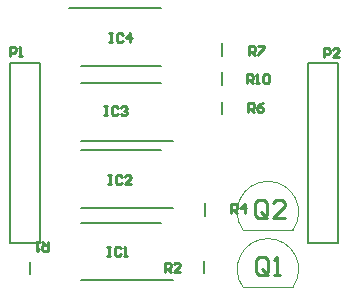
<source format=gbr>
G04*
G04 #@! TF.GenerationSoftware,Altium Limited,Altium Designer,23.0.1 (38)*
G04*
G04 Layer_Color=65535*
%FSLAX44Y44*%
%MOMM*%
G71*
G04*
G04 #@! TF.SameCoordinates,5B070B88-F475-4B99-B5D3-003285C28A76*
G04*
G04*
G04 #@! TF.FilePolarity,Positive*
G04*
G01*
G75*
%ADD10C,0.1000*%
%ADD11C,0.2000*%
%ADD12C,0.2540*%
D10*
X900063Y705342D02*
G03*
X858021Y705305I-21035J15282D01*
G01*
X900063Y656821D02*
G03*
X858021Y656785I-21035J15282D01*
G01*
X858007Y705324D02*
X900050D01*
X858007Y656804D02*
X900050D01*
D11*
X720430Y773000D02*
X788430D01*
X720430Y724200D02*
X798530D01*
X840500Y803248D02*
Y813748D01*
X720430Y829922D02*
X788430D01*
X720430Y781122D02*
X798530D01*
X660744Y847015D02*
X686144D01*
X660744Y694615D02*
X686144D01*
X660744D02*
Y847015D01*
X686144Y694615D02*
Y847015D01*
X677854Y668120D02*
Y678620D01*
X840535Y852830D02*
Y863329D01*
X913127Y847015D02*
X938527D01*
X913127Y694615D02*
X938527D01*
X913127D02*
Y847015D01*
X938527Y694615D02*
Y847015D01*
X825990Y717498D02*
Y727998D01*
X824848Y668815D02*
Y679315D01*
X720430Y711614D02*
X788430D01*
X720430Y662814D02*
X798530D01*
X840535Y828344D02*
Y838844D01*
X720430Y844234D02*
X788430D01*
X710330Y893034D02*
X788430D01*
D12*
X862553Y805500D02*
Y813117D01*
X866362D01*
X867632Y811848D01*
Y809309D01*
X866362Y808039D01*
X862553D01*
X865093D02*
X867632Y805500D01*
X875249Y813117D02*
X872710Y811848D01*
X870171Y809309D01*
Y806769D01*
X871441Y805500D01*
X873980D01*
X875249Y806769D01*
Y808039D01*
X873980Y809309D01*
X870171D01*
X861021Y829741D02*
Y837359D01*
X864829D01*
X866099Y836089D01*
Y833550D01*
X864829Y832281D01*
X861021D01*
X863560D02*
X866099Y829741D01*
X868638D02*
X871178D01*
X869908D01*
Y837359D01*
X868638Y836089D01*
X874986D02*
X876256Y837359D01*
X878795D01*
X880065Y836089D01*
Y831011D01*
X878795Y829741D01*
X876256D01*
X874986Y831011D01*
Y836089D01*
X863356Y853468D02*
Y861085D01*
X867165D01*
X868435Y859816D01*
Y857277D01*
X867165Y856007D01*
X863356D01*
X865896D02*
X868435Y853468D01*
X870974Y861085D02*
X876052D01*
Y859816D01*
X870974Y854737D01*
Y853468D01*
X848044Y719898D02*
Y727515D01*
X851853D01*
X853122Y726246D01*
Y723706D01*
X851853Y722437D01*
X848044D01*
X850583D02*
X853122Y719898D01*
X859470D02*
Y727515D01*
X855661Y723706D01*
X860740D01*
X791495Y670228D02*
Y677846D01*
X795303D01*
X796573Y676576D01*
Y674037D01*
X795303Y672767D01*
X791495D01*
X794034D02*
X796573Y670228D01*
X804191D02*
X799112D01*
X804191Y675306D01*
Y676576D01*
X802921Y677846D01*
X800382D01*
X799112Y676576D01*
X692470Y695441D02*
Y687824D01*
X688661D01*
X687392Y689093D01*
Y691633D01*
X688661Y692902D01*
X692470D01*
X689931D02*
X687392Y695441D01*
X684853D02*
X682314D01*
X683583D01*
Y687824D01*
X684853Y689093D01*
X877842Y717973D02*
Y728129D01*
X875302Y730668D01*
X870224D01*
X867685Y728129D01*
Y717973D01*
X870224Y715433D01*
X875302D01*
X872763Y720512D02*
X877842Y715433D01*
X875302D02*
X877842Y717973D01*
X893077Y715433D02*
X882920D01*
X893077Y725590D01*
Y728129D01*
X890537Y730668D01*
X885459D01*
X882920Y728129D01*
X879502Y670120D02*
Y680277D01*
X876963Y682816D01*
X871885D01*
X869346Y680277D01*
Y670120D01*
X871885Y667581D01*
X876963D01*
X874424Y672659D02*
X879502Y667581D01*
X876963D02*
X879502Y670120D01*
X884581Y667581D02*
X889659D01*
X887120D01*
Y682816D01*
X884581Y680277D01*
X926412Y851579D02*
Y859196D01*
X930220D01*
X931490Y857926D01*
Y855387D01*
X930220Y854118D01*
X926412D01*
X939108Y851579D02*
X934029D01*
X939108Y856657D01*
Y857926D01*
X937838Y859196D01*
X935299D01*
X934029Y857926D01*
X660498Y852980D02*
Y860598D01*
X664307D01*
X665577Y859328D01*
Y856789D01*
X664307Y855520D01*
X660498D01*
X668116Y852980D02*
X670655D01*
X669386D01*
Y860598D01*
X668116Y859328D01*
X744827Y871972D02*
X747366D01*
X746096D01*
Y864355D01*
X744827D01*
X747366D01*
X756253Y870703D02*
X754983Y871972D01*
X752444D01*
X751174Y870703D01*
Y865624D01*
X752444Y864355D01*
X754983D01*
X756253Y865624D01*
X762601Y864355D02*
Y871972D01*
X758792Y868164D01*
X763870D01*
X740493Y810169D02*
X743033D01*
X741763D01*
Y802552D01*
X740493D01*
X743033D01*
X751920Y808900D02*
X750650Y810169D01*
X748111D01*
X746841Y808900D01*
Y803821D01*
X748111Y802552D01*
X750650D01*
X751920Y803821D01*
X754459Y808900D02*
X755728Y810169D01*
X758268D01*
X759537Y808900D01*
Y807630D01*
X758268Y806361D01*
X756998D01*
X758268D01*
X759537Y805091D01*
Y803821D01*
X758268Y802552D01*
X755728D01*
X754459Y803821D01*
X743996Y751762D02*
X746535D01*
X745266D01*
Y744144D01*
X743996D01*
X746535D01*
X755423Y750492D02*
X754153Y751762D01*
X751614D01*
X750344Y750492D01*
Y745414D01*
X751614Y744144D01*
X754153D01*
X755423Y745414D01*
X763040Y744144D02*
X757962D01*
X763040Y749223D01*
Y750492D01*
X761771Y751762D01*
X759231D01*
X757962Y750492D01*
X743073Y691174D02*
X745613D01*
X744343D01*
Y683556D01*
X743073D01*
X745613D01*
X754500Y689904D02*
X753230Y691174D01*
X750691D01*
X749421Y689904D01*
Y684826D01*
X750691Y683556D01*
X753230D01*
X754500Y684826D01*
X757039Y683556D02*
X759578D01*
X758308D01*
Y691174D01*
X757039Y689904D01*
M02*

</source>
